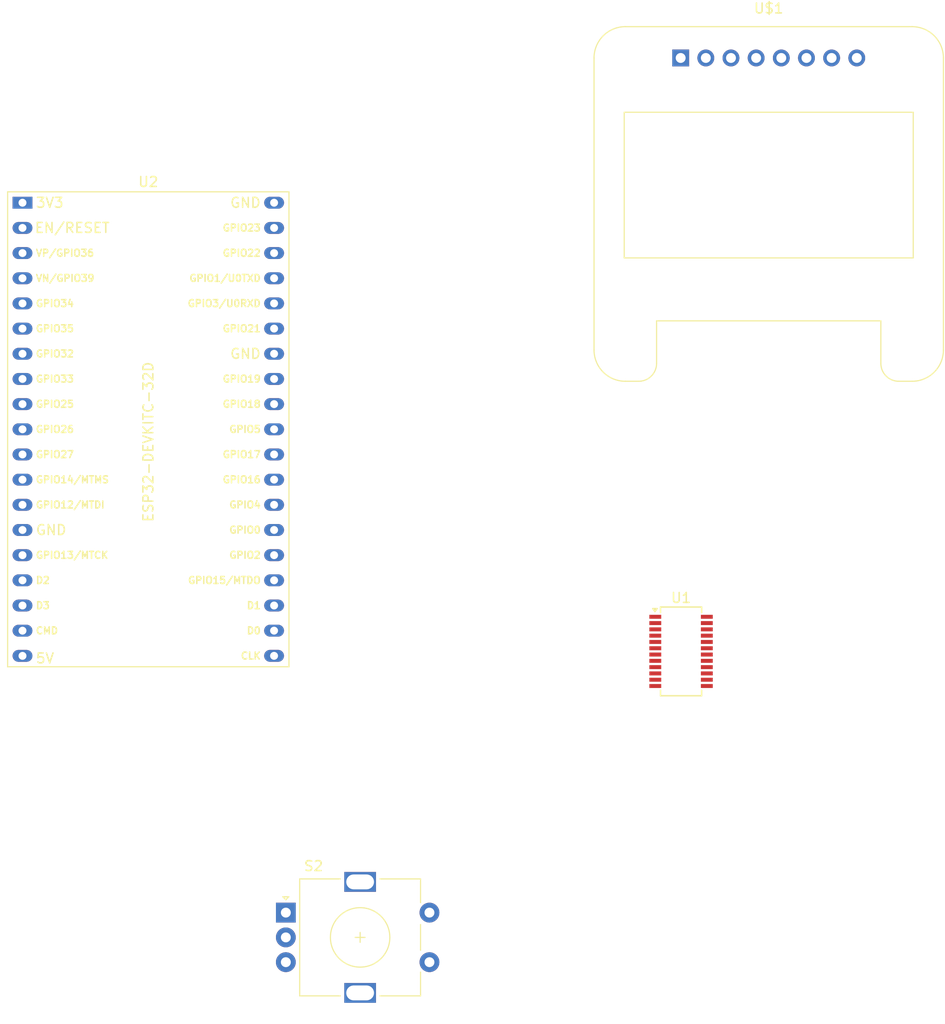
<source format=kicad_pcb>
(kicad_pcb (version 20240108) (generator "pcbnew") (generator_version "8.0")
  (layers (0 "F.Cu" signal) (31 "B.Cu" signal) (34 "B.Paste" user) (35 "F.Paste" user) (36 "B.SilkS" user "B.Silkscreen") (37 "F.SilkS" user "F.Silkscreen") (38 "B.Mask" user) (39 "F.Mask" user) (44 "Edge.Cuts" user))
  (net 0 "")
  (net 1 "GND")
  (net 2 "Net-(U2-IO13)")
  (net 3 "Net-(U2-IO14)")
  (net 4 "Net-(U$1-SCL)")
  (net 5 "Net-(U$1-SDA)")
  (net 6 "VCC")
  (net 10 "Net-(U1-ROUT{slash}[DOUT])")
  (net 11 "Net-(U1-FMI)")
  (net 12 "Net-(U1-LOUT{slash}[DFS])")
  (net 14 "Net-(S1-P)")
  (net 17 "Net-(U1-GPO3{slash}[DCLK])")
  (net 18 "Net-(U1-AMI)")
  (net 21 "Net-(U1-DBYP)")
  (net 22 "Net-(U1-RCLK)")
  (net 23 "Net-(U1-~{RST})")
  (net 28 "Net-(U2-IO27)")
  (net 29 "EXT_5V")
  (net 37 "GND1")
  (net 38 "GND2")
  (footprint "Display:Adafruit_SSD1306" (layer "F.Cu") (at 153.11 49.265)
    (property "Reference" "U$1" (at 8.89 -5 0) (layer "F.SilkS"))
    (property "Value" "DISPLAY-OLED-128X64-I2C")
    (fp_line (start -8.746 0) (end -8.746 29.464) (stroke (width 0.12)) (layer "F.SilkS"))
    (fp_line (start -5.698 5.478) (end -5.698 20.176) (stroke (width 0.12)) (layer "F.SilkS"))
    (fp_line (start -5.698 5.478) (end 23.478 5.478) (stroke (width 0.12)) (layer "F.SilkS"))
    (fp_line (start -5.698 20.176) (end 23.478 20.176) (stroke (width 0.12)) (layer "F.SilkS"))
    (fp_line (start -4.238 32.622) (end -5.59 32.622) (stroke (width 0.12)) (layer "F.SilkS"))
    (fp_line (start -2.43 26.526) (end -2.43 30.814) (stroke (width 0.12)) (layer "F.SilkS"))
    (fp_line (start -2.43 26.526) (end 20.21 26.526) (stroke (width 0.12)) (layer "F.SilkS"))
    (fp_line (start 20.21 26.526) (end 20.21 30.814) (stroke (width 0.12)) (layer "F.SilkS"))
    (fp_line (start 22.018 32.622) (end 23.37 32.622) (stroke (width 0.12)) (layer "F.SilkS"))
    (fp_line (start 23.368 -3.158) (end -5.588 -3.158) (stroke (width 0.12)) (layer "F.SilkS"))
    (fp_line (start 23.478 5.478) (end 23.478 20.176) (stroke (width 0.12)) (layer "F.SilkS"))
    (fp_line (start 26.526 0) (end 26.526 29.464) (stroke (width 0.12)) (layer "F.SilkS"))
    (fp_arc (start -8.746 0) (mid -7.821043 -2.233043) (end -5.588 -3.158) (stroke (width 0.12)) (layer "F.SilkS"))
    (fp_arc (start -5.588 32.622) (mid -7.821043 31.697043) (end -8.746 29.464) (stroke (width 0.12)) (layer "F.SilkS"))
    (fp_arc (start -2.43 30.812) (mid -2.958137 32.091035) (end -4.236 32.622) (stroke (width 0.12)) (layer "F.SilkS"))
    (fp_arc (start 22.016 32.622) (mid 20.738137 32.091035) (end 20.21 30.812) (stroke (width 0.12)) (layer "F.SilkS"))
    (fp_arc (start 23.368 -3.158) (mid 25.601043 -2.233043) (end 26.526 0) (stroke (width 0.12)) (layer "F.SilkS"))
    (fp_arc (start 26.526 29.464) (mid 25.601043 31.697043) (end 23.368 32.622) (stroke (width 0.12)) (layer "F.SilkS"))
    (pad "" np_thru_hole circle (at -5.588 0) (size 2.7 2.7) (drill 2.7) (layers "*.Cu" "*.Mask"))
    (pad "" np_thru_hole circle (at -5.588 29.464) (size 2.7 2.7) (drill 2.7) (layers "*.Cu" "*.Mask"))
    (pad "" np_thru_hole circle (at 23.368 0) (size 2.7 2.7) (drill 2.7) (layers "*.Cu" "*.Mask"))
    (pad "" np_thru_hole circle (at 23.368 29.464) (size 2.7 2.7) (drill 2.7) (layers "*.Cu" "*.Mask"))
    (pad "1" thru_hole rect (at 0 0) (size 1.7 1.7) (drill 1) (layers "*.Cu" "*.Mask") (net 1 "GND"))
    (pad "2" thru_hole circle (at 2.54 0) (size 1.7 1.7) (drill 1) (layers "*.Cu" "*.Mask") (net 6 "VCC"))
    (pad "3" thru_hole circle (at 5.08 0) (size 1.7 1.7) (drill 1) (layers "*.Cu" "*.Mask") (net 4 "Net-(U$1-SCL)"))
    (pad "4" thru_hole circle (at 7.62 0) (size 1.7 1.7) (drill 1) (layers "*.Cu" "*.Mask") (net 5 "Net-(U$1-SDA)"))
    (pad "5" thru_hole circle (at 10.16 0) (size 1.7 1.7) (drill 1) (layers "*.Cu" "*.Mask"))
    (pad "6" thru_hole circle (at 12.7 0) (size 1.7 1.7) (drill 1) (layers "*.Cu" "*.Mask"))
    (pad "7" thru_hole circle (at 15.24 0) (size 1.7 1.7) (drill 1) (layers "*.Cu" "*.Mask"))
    (pad "8" thru_hole circle (at 17.78 0) (size 1.7 1.7) (drill 1) (layers "*.Cu" "*.Mask"))
  )
  (footprint "Rotary_Encoder:RotaryEncoder_Alps_EC11E-Switch_Vertical_H20mm" (layer "F.Cu") (at 113.25 135.5)
    (property "Reference" "S2" (at 2.8 -4.7 0) (layer "F.SilkS"))
    (property "Value" "ENCODER-SWITCH")
    (fp_line (start -0.3 -1.6) (end 0.3 -1.6) (stroke (width 0.12)) (layer "F.SilkS"))
    (fp_line (start 0 -1.3) (end -0.3 -1.6) (stroke (width 0.12)) (layer "F.SilkS"))
    (fp_line (start 0.3 -1.6) (end 0 -1.3) (stroke (width 0.12)) (layer "F.SilkS"))
    (fp_line (start 1.4 -3.4) (end 1.4 8.4) (stroke (width 0.12)) (layer "F.SilkS"))
    (fp_line (start 5.5 -3.4) (end 1.4 -3.4) (stroke (width 0.12)) (layer "F.SilkS"))
    (fp_line (start 5.5 8.4) (end 1.4 8.4) (stroke (width 0.12)) (layer "F.SilkS"))
    (fp_line (start 7 2.5) (end 8 2.5) (stroke (width 0.12)) (layer "F.SilkS"))
    (fp_line (start 7.5 2) (end 7.5 3) (stroke (width 0.12)) (layer "F.SilkS"))
    (fp_line (start 9.5 -3.4) (end 13.6 -3.4) (stroke (width 0.12)) (layer "F.SilkS"))
    (fp_line (start 13.6 -3.4) (end 13.6 -1) (stroke (width 0.12)) (layer "F.SilkS"))
    (fp_line (start 13.6 1.2) (end 13.6 3.8) (stroke (width 0.12)) (layer "F.SilkS"))
    (fp_line (start 13.6 6) (end 13.6 8.4) (stroke (width 0.12)) (layer "F.SilkS"))
    (fp_line (start 13.6 8.4) (end 9.5 8.4) (stroke (width 0.12)) (layer "F.SilkS"))
    (fp_circle (center 7.5 2.5) (end 10.5 2.5) (stroke (width 0.12)) (fill none) (layer "F.SilkS"))
    (pad "A" thru_hole rect (at 0 0) (size 2 2) (drill 1) (layers "*.Cu" "*.Mask") (net 2 "Net-(U2-IO13)"))
    (pad "B" thru_hole circle (at 0 5) (size 2 2) (drill 1) (layers "*.Cu" "*.Mask") (net 3 "Net-(U2-IO14)"))
    (pad "C" thru_hole circle (at 0 2.5) (size 2 2) (drill 1) (layers "*.Cu" "*.Mask") (net 1 "GND"))
    (pad "MP" thru_hole rect (at 7.5 -3.1) (size 3.2 2) (drill oval 2.8 1.5) (layers "*.Cu" "*.Mask"))
    (pad "MP" thru_hole rect (at 7.5 8.1) (size 3.2 2) (drill oval 2.8 1.5) (layers "*.Cu" "*.Mask"))
    (pad "S1" thru_hole circle (at 14.5 5) (size 2 2) (drill 1) (layers "*.Cu" "*.Mask"))
    (pad "S2" thru_hole circle (at 14.5 0) (size 2 2) (drill 1) (layers "*.Cu" "*.Mask"))
  )
  (footprint "Package_SO:SSOP-24_3.9x8.7mm_P0.635mm" (layer "F.Cu") (at 153.15 109.1425)
    (property "Reference" "U1" (at 0 -5.4 0) (layer "F.SilkS"))
    (property "Value" "SI4735-D60-GU")
    (fp_line (start -2.075 -4.475) (end -2.075 -3.9175) (stroke (width 0.15)) (layer "F.SilkS"))
    (fp_line (start -2.075 -4.475) (end 2.075 -4.475) (stroke (width 0.15)) (layer "F.SilkS"))
    (fp_line (start -2.075 4.475) (end -2.075 3.9175) (stroke (width 0.15)) (layer "F.SilkS"))
    (fp_line (start -2.075 4.475) (end 2.075 4.475) (stroke (width 0.15)) (layer "F.SilkS"))
    (fp_line (start 2.075 -4.475) (end 2.075 -3.9175) (stroke (width 0.15)) (layer "F.SilkS"))
    (fp_line (start 2.075 4.475) (end 2.075 3.9175) (stroke (width 0.15)) (layer "F.SilkS"))
    (fp_poly (pts (xy -2.6375 -4) (xy -2.8775 -4.33) (xy -2.3975 -4.33) (xy -2.6375 -4)) (stroke (width 0.12)) (fill solid) (layer "F.SilkS"))
    (pad "1" smd rect (at -2.6 -3.4925) (size 1.2 0.4) (layers "F.Cu" "F.Paste" "F.Mask"))
    (pad "2" smd rect (at -2.6 -2.8575) (size 1.2 0.4) (layers "F.Cu" "F.Paste" "F.Mask"))
    (pad "3" smd rect (at -2.6 -2.2225) (size 1.2 0.4) (layers "F.Cu" "F.Paste" "F.Mask") (net 17 "Net-(U1-GPO3{slash}[DCLK])"))
    (pad "4" smd rect (at -2.6 -1.5875) (size 1.2 0.4) (layers "F.Cu" "F.Paste" "F.Mask"))
    (pad "5" smd rect (at -2.6 -0.9525) (size 1.2 0.4) (layers "F.Cu" "F.Paste" "F.Mask"))
    (pad "6" smd rect (at -2.6 -0.3175) (size 1.2 0.4) (layers "F.Cu" "F.Paste" "F.Mask"))
    (pad "7" smd rect (at -2.6 0.3175) (size 1.2 0.4) (layers "F.Cu" "F.Paste" "F.Mask"))
    (pad "8" smd rect (at -2.6 0.9525) (size 1.2 0.4) (layers "F.Cu" "F.Paste" "F.Mask") (net 11 "Net-(U1-FMI)"))
    (pad "9" smd rect (at -2.6 1.5875) (size 1.2 0.4) (layers "F.Cu" "F.Paste" "F.Mask") (net 1 "GND"))
    (pad "10" smd rect (at -2.6 2.2225) (size 1.2 0.4) (layers "F.Cu" "F.Paste" "F.Mask"))
    (pad "11" smd rect (at -2.6 2.8575) (size 1.2 0.4) (layers "F.Cu" "F.Paste" "F.Mask"))
    (pad "12" smd rect (at -2.6 3.4925) (size 1.2 0.4) (layers "F.Cu" "F.Paste" "F.Mask") (net 18 "Net-(U1-AMI)"))
    (pad "13" smd rect (at 2.6 3.4925) (size 1.2 0.4) (layers "F.Cu" "F.Paste" "F.Mask") (net 1 "GND"))
    (pad "14" smd rect (at 2.6 2.8575) (size 1.2 0.4) (layers "F.Cu" "F.Paste" "F.Mask") (net 1 "GND"))
    (pad "15" smd rect (at 2.6 2.2225) (size 1.2 0.4) (layers "F.Cu" "F.Paste" "F.Mask") (net 23 "Net-(U1-~{RST})"))
    (pad "16" smd rect (at 2.6 1.5875) (size 1.2 0.4) (layers "F.Cu" "F.Paste" "F.Mask") (net 14 "Net-(S1-P)"))
    (pad "17" smd rect (at 2.6 0.9525) (size 1.2 0.4) (layers "F.Cu" "F.Paste" "F.Mask") (net 4 "Net-(U$1-SCL)"))
    (pad "18" smd rect (at 2.6 0.3175) (size 1.2 0.4) (layers "F.Cu" "F.Paste" "F.Mask") (net 5 "Net-(U$1-SDA)"))
    (pad "19" smd rect (at 2.6 -0.3175) (size 1.2 0.4) (layers "F.Cu" "F.Paste" "F.Mask") (net 22 "Net-(U1-RCLK)"))
    (pad "20" smd rect (at 2.6 -0.9525) (size 1.2 0.4) (layers "F.Cu" "F.Paste" "F.Mask") (net 6 "VCC"))
    (pad "21" smd rect (at 2.6 -1.5875) (size 1.2 0.4) (layers "F.Cu" "F.Paste" "F.Mask") (net 6 "VCC"))
    (pad "22" smd rect (at 2.6 -2.2225) (size 1.2 0.4) (layers "F.Cu" "F.Paste" "F.Mask") (net 21 "Net-(U1-DBYP)"))
    (pad "23" smd rect (at 2.6 -2.8575) (size 1.2 0.4) (layers "F.Cu" "F.Paste" "F.Mask") (net 10 "Net-(U1-ROUT{slash}[DOUT])"))
    (pad "24" smd rect (at 2.6 -3.4925) (size 1.2 0.4) (layers "F.Cu" "F.Paste" "F.Mask") (net 12 "Net-(U1-LOUT{slash}[DFS])"))
  )
  (footprint "PCM_Espressif:ESP32-DevKitC-no_ant" (layer "F.Cu") (at 86.665 63.8725)
    (property "Reference" "U2" (at 12.7 -2.1 180) (layer "F.SilkS"))
    (property "Value" "ESP32-DEVKITC-32D" (at 12.7 24.13 90) (layer "F.SilkS"))
    (fp_line (start -1.5 46.82) (end 26.899999 46.82) (stroke (width 0.12)) (layer "F.SilkS"))
    (fp_line (start -1.499999 -1.1) (end -1.5 46.82) (stroke (width 0.12)) (layer "F.SilkS"))
    (fp_line (start 26.899999 46.82) (end 26.9 -1.1) (stroke (width 0.12)) (layer "F.SilkS"))
    (fp_line (start 26.9 -1.1) (end -1.499999 -1.1) (stroke (width 0.12)) (layer "F.SilkS"))
    (fp_text user "GPIO16" (at 24.13 27.94 0) (layer "F.SilkS") (effects (font (size 0.7 0.7)) (justify right)))
    (fp_text user "GPIO22" (at 24.13 5.08 0) (layer "F.SilkS") (effects (font (size 0.7 0.7)) (justify right)))
    (fp_text user "GPIO27" (at 1.27 25.4 0) (layer "F.SilkS") (effects (font (size 0.7 0.7)) (justify left)))
    (fp_text user "GPIO19" (at 24.13 17.78 0) (layer "F.SilkS") (effects (font (size 0.7 0.7)) (justify right)))
    (fp_text user "GPIO1/U0TXD" (at 24.13 7.62 0) (layer "F.SilkS") (effects (font (size 0.7 0.7)) (justify right)))
    (fp_text user "GND" (at 1.27 33.02 0) (layer "F.SilkS") (effects (justify left)))
    (fp_text user "GPIO3/U0RXD" (at 24.13 10.16 0) (layer "F.SilkS") (effects (font (size 0.7 0.7)) (justify right)))
    (fp_text user "GPIO18" (at 24.13 20.32 0) (layer "F.SilkS") (effects (font (size 0.7 0.7)) (justify right)))
    (fp_text user "3V3" (at 1.27 0 0) (layer "F.SilkS") (effects (justify left)))
    (fp_text user "VN/GPIO39" (at 1.27 7.62 0) (layer "F.SilkS") (effects (font (size 0.7 0.7)) (justify left)))
    (fp_text user "D2" (at 1.27 38.1 0) (layer "F.SilkS") (effects (font (size 0.7 0.7)) (justify left)))
    (fp_text user "VP/GPIO36" (at 1.27 5.08 0) (layer "F.SilkS") (effects (font (size 0.7 0.7)) (justify left)))
    (fp_text user "CMD" (at 1.27 43.18 0) (layer "F.SilkS") (effects (font (size 0.7 0.7)) (justify left)))
    (fp_text user "GND" (at 24.13 0 0) (layer "F.SilkS") (effects (justify right)))
    (fp_text user "D0" (at 24.13 43.18 0) (layer "F.SilkS") (effects (font (size 0.7 0.7)) (justify right)))
    (fp_text user "GPIO17" (at 24.13 25.4 0) (layer "F.SilkS") (effects (font (size 0.7 0.7)) (justify right)))
    (fp_text user "CLK" (at 24.13 45.72 0) (layer "F.SilkS") (effects (font (size 0.7 0.7)) (justify right)))
    (fp_text user "D1" (at 24.13 40.64 0) (layer "F.SilkS") (effects (font (size 0.7 0.7)) (justify right)))
    (fp_text user "GPIO13/MTCK" (at 1.27 35.56 0) (layer "F.SilkS") (effects (font (size 0.7 0.7)) (justify left)))
    (fp_text user "GPIO34" (at 1.27 10.16 0) (layer "F.SilkS") (effects (font (size 0.7 0.7)) (justify left)))
    (fp_text user "5V" (at 1.26632 45.97128 0) (layer "F.SilkS") (effects (justify left)))
    (fp_text user "GPIO15/MTDO" (at 24.13 38.1 0) (layer "F.SilkS") (effects (font (size 0.7 0.7)) (justify right)))
    (fp_text user "GPIO26" (at 1.27 22.86 0) (layer "F.SilkS") (effects (font (size 0.7 0.7)) (justify left)))
    (fp_text user "GPIO21" (at 24.13 12.7 0) (layer "F.SilkS") (effects (font (size 0.7 0.7)) (justify right)))
    (fp_text user "EN/RESET" (at 8.88632 2.53728 0) (layer "F.SilkS") (effects (justify right)))
    (fp_text user "GPIO4" (at 24.13 30.48 0) (layer "F.SilkS") (effects (font (size 0.7 0.7)) (justify right)))
    (fp_text user "GND" (at 24.13 15.24 0) (layer "F.SilkS") (effects (justify right)))
    (fp_text user "GPIO5" (at 24.13 22.86 0) (layer "F.SilkS") (effects (font (size 0.7 0.7)) (justify right)))
    (fp_text user "GPIO2" (at 24.13 35.56 0) (layer "F.SilkS") (effects (font (size 0.7 0.7)) (justify right)))
    (fp_text user "GPIO32" (at 1.27 15.24 0) (layer "F.SilkS") (effects (font (size 0.7 0.7)) (justify left)))
    (fp_text user "GPIO35" (at 1.27 12.7 0) (layer "F.SilkS") (effects (font (size 0.7 0.7)) (justify left)))
    (fp_text user "GPIO12/MTDI" (at 1.27 30.48 0) (layer "F.SilkS") (effects (font (size 0.7 0.7)) (justify left)))
    (fp_text user "GPIO14/MTMS" (at 1.27 27.94 0) (layer "F.SilkS") (effects (font (size 0.7 0.7)) (justify left)))
    (fp_text user "GPIO0" (at 24.13 33.02 0) (layer "F.SilkS") (effects (font (size 0.7 0.7)) (justify right)))
    (fp_text user "GPIO33" (at 1.27 17.78 0) (layer "F.SilkS") (effects (font (size 0.7 0.7)) (justify left)))
    (fp_text user "GPIO23" (at 24.13 2.54 0) (layer "F.SilkS") (effects (font (size 0.7 0.7)) (justify right)))
    (fp_text user "D3" (at 1.27 40.64 0) (layer "F.SilkS") (effects (font (size 0.7 0.7)) (justify left)))
    (fp_text user "GPIO25" (at 1.27 20.32 0) (layer "F.SilkS") (effects (font (size 0.7 0.7)) (justify left)))
    (pad "1" thru_hole rect (at 0 0 270) (size 1.2 2) (drill 0.8) (layers "*.Cu" "*.Mask") (net 6 "VCC"))
    (pad "2" thru_hole oval (at 0 2.54 270) (size 1.2 2) (drill 0.8) (layers "*.Cu" "*.Mask"))
    (pad "3" thru_hole oval (at 0 5.08 270) (size 1.2 2) (drill 0.8) (layers "*.Cu" "*.Mask"))
    (pad "4" thru_hole oval (at 0 7.62 270) (size 1.2 2) (drill 0.8) (layers "*.Cu" "*.Mask"))
    (pad "5" thru_hole oval (at 0 10.16 270) (size 1.2 2) (drill 0.8) (layers "*.Cu" "*.Mask"))
    (pad "6" thru_hole oval (at 0 12.7 270) (size 1.2 2) (drill 0.8) (layers "*.Cu" "*.Mask"))
    (pad "7" thru_hole oval (at 0 15.24 270) (size 1.2 2) (drill 0.8) (layers "*.Cu" "*.Mask"))
    (pad "8" thru_hole oval (at 0 17.78 270) (size 1.2 2) (drill 0.8) (layers "*.Cu" "*.Mask"))
    (pad "9" thru_hole oval (at 0 20.32 270) (size 1.2 2) (drill 0.8) (layers "*.Cu" "*.Mask"))
    (pad "10" thru_hole oval (at 0 22.86 270) (size 1.2 2) (drill 0.8) (layers "*.Cu" "*.Mask"))
    (pad "11" thru_hole oval (at 0 25.4 270) (size 1.2 2) (drill 0.8) (layers "*.Cu" "*.Mask") (net 28 "Net-(U2-IO27)"))
    (pad "12" thru_hole oval (at 0 27.94 270) (size 1.2 2) (drill 0.8) (layers "*.Cu" "*.Mask") (net 3 "Net-(U2-IO14)"))
    (pad "13" thru_hole oval (at 0 30.48 270) (size 1.2 2) (drill 0.8) (layers "*.Cu" "*.Mask") (net 23 "Net-(U1-~{RST})"))
    (pad "14" thru_hole oval (at 0 33.02 270) (size 1.2 2) (drill 0.8) (layers "*.Cu" "*.Mask") (net 37 "GND1"))
    (pad "15" thru_hole oval (at 0 35.56 270) (size 1.2 2) (drill 0.8) (layers "*.Cu" "*.Mask") (net 2 "Net-(U2-IO13)"))
    (pad "16" thru_hole oval (at 0 38.1 270) (size 1.2 2) (drill 0.8) (layers "*.Cu" "*.Mask"))
    (pad "17" thru_hole oval (at 0 40.64 270) (size 1.2 2) (drill 0.8) (layers "*.Cu" "*.Mask"))
    (pad "18" thru_hole oval (at 0 43.18 270) (size 1.2 2) (drill 0.8) (layers "*.Cu" "*.Mask"))
    (pad "19" thru_hole oval (at 0 45.72 270) (size 1.2 2) (drill 0.8) (layers "*.Cu" "*.Mask") (net 29 "EXT_5V"))
    (pad "20" thru_hole oval (at 25.39632 45.71728 270) (size 1.2 2) (drill 0.8) (layers "*.Cu" "*.Mask") (net 1 "GND"))
    (pad "21" thru_hole oval (at 25.39632 43.17728 270) (size 1.2 2) (drill 0.8) (layers "*.Cu" "*.Mask"))
    (pad "22" thru_hole oval (at 25.4 40.64 270) (size 1.2 2) (drill 0.8) (layers "*.Cu" "*.Mask") (net 4 "Net-(U$1-SCL)"))
    (pad "23" thru_hole oval (at 25.4 38.1 270) (size 1.2 2) (drill 0.8) (layers "*.Cu" "*.Mask"))
    (pad "24" thru_hole oval (at 25.4 35.56 270) (size 1.2 2) (drill 0.8) (layers "*.Cu" "*.Mask"))
    (pad "25" thru_hole oval (at 25.4 33.02 270) (size 1.2 2) (drill 0.8) (layers "*.Cu" "*.Mask") (net 5 "Net-(U$1-SDA)"))
    (pad "26" thru_hole oval (at 25.4 30.48 270) (size 1.2 2) (drill 0.8) (layers "*.Cu" "*.Mask") (net 38 "GND2"))
    (pad "27" thru_hole oval (at 25.4 27.94 270) (size 1.2 2) (drill 0.8) (layers "*.Cu" "*.Mask"))
    (pad "28" thru_hole oval (at 25.4 25.4 270) (size 1.2 2) (drill 0.8) (layers "*.Cu" "*.Mask"))
    (pad "29" thru_hole oval (at 25.4 22.86 270) (size 1.2 2) (drill 0.8) (layers "*.Cu" "*.Mask"))
    (pad "30" thru_hole oval (at 25.4 20.32 270) (size 1.2 2) (drill 0.8) (layers "*.Cu" "*.Mask"))
    (pad "31" thru_hole oval (at 25.4 17.78 270) (size 1.2 2) (drill 0.8) (layers "*.Cu" "*.Mask"))
    (pad "32" thru_hole oval (at 25.4 15.24 270) (size 1.2 2) (drill 0.8) (layers "*.Cu" "*.Mask"))
    (pad "33" thru_hole oval (at 25.4 12.7 270) (size 1.2 2) (drill 0.8) (layers "*.Cu" "*.Mask"))
    (pad "34" thru_hole oval (at 25.4 10.16 270) (size 1.2 2) (drill 0.8) (layers "*.Cu" "*.Mask"))
    (pad "35" thru_hole oval (at 25.4 7.62 270) (size 1.2 2) (drill 0.8) (layers "*.Cu" "*.Mask"))
    (pad "36" thru_hole oval (at 25.4 5.08 270) (size 1.2 2) (drill 0.8) (layers "*.Cu" "*.Mask"))
    (pad "37" thru_hole oval (at 25.4 2.54 270) (size 1.2 2) (drill 0.8) (layers "*.Cu" "*.Mask"))
    (pad "38" thru_hole oval (at 25.4 0 270) (size 1.2 2) (drill 0.8) (layers "*.Cu" "*.Mask"))
  )
)
</source>
